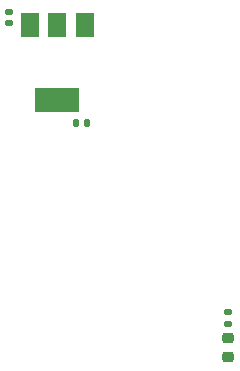
<source format=gbr>
%TF.GenerationSoftware,KiCad,Pcbnew,7.0.6*%
%TF.CreationDate,2024-01-20T12:46:22+09:00*%
%TF.ProjectId,RoboMasterHatBoard,526f626f-4d61-4737-9465-72486174426f,rev?*%
%TF.SameCoordinates,Original*%
%TF.FileFunction,Paste,Top*%
%TF.FilePolarity,Positive*%
%FSLAX46Y46*%
G04 Gerber Fmt 4.6, Leading zero omitted, Abs format (unit mm)*
G04 Created by KiCad (PCBNEW 7.0.6) date 2024-01-20 12:46:22*
%MOMM*%
%LPD*%
G01*
G04 APERTURE LIST*
G04 Aperture macros list*
%AMRoundRect*
0 Rectangle with rounded corners*
0 $1 Rounding radius*
0 $2 $3 $4 $5 $6 $7 $8 $9 X,Y pos of 4 corners*
0 Add a 4 corners polygon primitive as box body*
4,1,4,$2,$3,$4,$5,$6,$7,$8,$9,$2,$3,0*
0 Add four circle primitives for the rounded corners*
1,1,$1+$1,$2,$3*
1,1,$1+$1,$4,$5*
1,1,$1+$1,$6,$7*
1,1,$1+$1,$8,$9*
0 Add four rect primitives between the rounded corners*
20,1,$1+$1,$2,$3,$4,$5,0*
20,1,$1+$1,$4,$5,$6,$7,0*
20,1,$1+$1,$6,$7,$8,$9,0*
20,1,$1+$1,$8,$9,$2,$3,0*%
G04 Aperture macros list end*
%ADD10RoundRect,0.140000X0.170000X-0.140000X0.170000X0.140000X-0.170000X0.140000X-0.170000X-0.140000X0*%
%ADD11RoundRect,0.135000X-0.185000X0.135000X-0.185000X-0.135000X0.185000X-0.135000X0.185000X0.135000X0*%
%ADD12RoundRect,0.218750X0.256250X-0.218750X0.256250X0.218750X-0.256250X0.218750X-0.256250X-0.218750X0*%
%ADD13RoundRect,0.140000X-0.140000X-0.170000X0.140000X-0.170000X0.140000X0.170000X-0.140000X0.170000X0*%
%ADD14R,1.500000X2.000000*%
%ADD15R,3.800000X2.000000*%
G04 APERTURE END LIST*
D10*
%TO.C,C1*%
X98806000Y-71600000D03*
X98806000Y-70640000D03*
%TD*%
D11*
%TO.C,R1*%
X117348000Y-96010000D03*
X117348000Y-97030000D03*
%TD*%
D12*
%TO.C,D1*%
X117348000Y-99847500D03*
X117348000Y-98272500D03*
%TD*%
D13*
%TO.C,C2*%
X104450000Y-80010000D03*
X105410000Y-80010000D03*
%TD*%
D14*
%TO.C,U1*%
X105170000Y-71780000D03*
X102870000Y-71780000D03*
D15*
X102870000Y-78080000D03*
D14*
X100570000Y-71780000D03*
%TD*%
M02*

</source>
